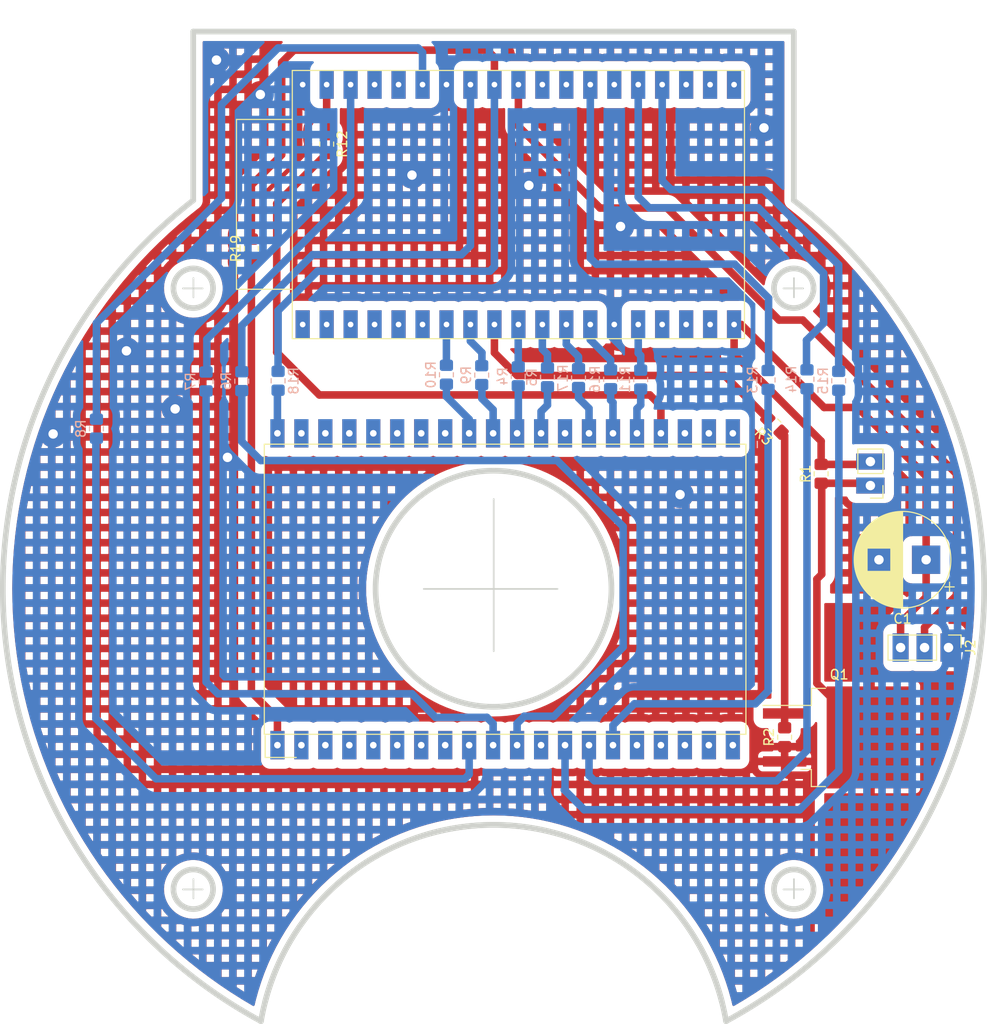
<source format=kicad_pcb>
(kicad_pcb (version 20211014) (generator pcbnew)
  (layers (0 "F.Cu" signal) (31 "B.Cu" signal) (44 "Edge.Cuts" user))
  (net 0 "")
  (net 27 "/BP1")
  (net 28 "/1G")
  (net 29 "/1F")
  (net 30 "/1A")
  (net 31 "/1B")
  (net 32 "/2G")
  (net 33 "/2F")
  (net 34 "/2A")
  (net 35 "/2B")
  (net 36 "/2C")
  (net 37 "/2D")
  (net 38 "/2E")
  (net 39 "/1C")
  (net 40 "/1D")
  (net 41 "/1E")
  (net 45 "Net-(Q1-Pad1)")
  (net 46 "GNDD")
  (net 47 "Net-(R3-Pad2)")
  (net 48 "/+5")
  (net 49 "Net-(R4-Pad2)")
  (net 50 "Net-(R5-Pad2)")
  (net 51 "Net-(R6-Pad2)")
  (net 52 "Net-(R7-Pad2)")
  (net 53 "Net-(R8-Pad2)")
  (net 54 "Net-(R9-Pad2)")
  (net 55 "Net-(R10-Pad2)")
  (net 56 "Net-(R11-Pad2)")
  (net 57 "Net-(R12-Pad2)")
  (net 58 "Net-(R13-Pad2)")
  (net 59 "Net-(R14-Pad2)")
  (net 60 "Net-(R15-Pad2)")
  (net 61 "Net-(R16-Pad2)")
  (net 62 "Net-(R17-Pad2)")
  (net 63 "Net-(R18-Pad1)")
  (net 64 "Net-(R19-Pad1)")
  (net 65 "/diod-")
  (net 78 "/SRV_PWM")
  (footprint "Resistor_SMD:R_0805_2012Metric_Pad1.20x1.40mm_HandSolder" (layer "F.Cu") (at 132.98 129.95 90)
    (fp_text reference "R2" (at 0 -1.65 90) (layer "F.SilkS"))
    (fp_text value "3.3k")
    (pad "1" smd roundrect (at -1 0 90) (size 1.2 1.4) (layers "F.Cu" "F.Paste" "F.Mask") (roundrect_rratio 0.208333) (net 46 "GNDD"))
    (pad "2" smd roundrect (at 1 0 90) (size 1.2 1.4) (layers "F.Cu" "F.Paste" "F.Mask") (roundrect_rratio 0.208333) (net 45 "Net-(Q1-Pad1)"))
  )
  (footprint "Package_TO_SOT_SMD:TO-263-2" (layer "F.Cu") (at 138.76 129.975)
    (fp_text reference "Q1" (at 0 -6.65) (layer "F.SilkS"))
    (fp_text value "irml3805s")
    (pad "1" smd rect (at -5.775 -2.54) (size 4.6 1.1) (layers "F.Cu" "F.Paste" "F.Mask") (net 45 "Net-(Q1-Pad1)"))
    (pad "2" smd rect (at 3.375 0) (size 9.4 10.8) (layers "F.Cu" "F.Mask") (net 65 "/diod-"))
    (pad "3" smd rect (at -5.775 2.54) (size 4.6 1.1) (layers "F.Cu" "F.Paste" "F.Mask") (net 46 "GNDD"))
  )
  (footprint "Resistor_SMD:R_0805_2012Metric_Pad1.20x1.40mm_HandSolder" (layer "F.Cu") (at 136.85 102.06 90)
    (fp_text reference "R1" (at 0 -1.65 90) (layer "F.SilkS"))
    (fp_text value "3.3k")
    (pad "1" smd roundrect (at -1 0 90) (size 1.2 1.4) (layers "F.Cu" "F.Paste" "F.Mask") (roundrect_rratio 0.208333) (net 65 "/diod-"))
    (pad "2" smd roundrect (at 1 0 90) (size 1.2 1.4) (layers "F.Cu" "F.Paste" "F.Mask") (roundrect_rratio 0.208333) (net 48 "/+5"))
  )
  (footprint "Espressif:ESP32-DevKitC" (layer "F.Cu") (at 81.90384 86.25368 90)
    (fp_text reference "U1" hide)
    (fp_text value "ESP32-DevKitC" hide)
    (pad "1" thru_hole rect (at 0.00368 0.00272) (size 1.5 3) (drill 0.6) (layers *.Cu *.Mask))
    (pad "2" thru_hole rect (at 0.00368 2.54272) (size 1.5 3) (drill 0.6) (layers *.Cu *.Mask))
    (pad "3" thru_hole rect (at 0.00368 5.08272) (size 1.5 3) (drill 0.6) (layers *.Cu *.Mask))
    (pad "4" thru_hole rect (at 0.00368 7.62272) (size 1.5 3) (drill 0.6) (layers *.Cu *.Mask))
    (pad "5" thru_hole rect (at 0.00368 10.16272) (size 1.5 3) (drill 0.6) (layers *.Cu *.Mask))
    (pad "6" thru_hole rect (at 0.00368 12.70272) (size 1.5 3) (drill 0.6) (layers *.Cu *.Mask))
    (pad "7" thru_hole rect (at 0.00368 15.24272) (size 1.5 3) (drill 0.6) (layers *.Cu *.Mask) (net 28 "/1G"))
    (pad "8" thru_hole rect (at 0.00368 17.78272) (size 1.5 3) (drill 0.6) (layers *.Cu *.Mask) (net 29 "/1F"))
    (pad "9" thru_hole rect (at 0.00368 20.32272) (size 1.5 3) (drill 0.6) (layers *.Cu *.Mask) (net 47 "Net-(R3-Pad2)"))
    (pad "10" thru_hole rect (at 0.00368 22.86272) (size 1.5 3) (drill 0.6) (layers *.Cu *.Mask) (net 30 "/1A"))
    (pad "11" thru_hole rect (at 0.00368 25.40272) (size 1.5 3) (drill 0.6) (layers *.Cu *.Mask) (net 31 "/1B"))
    (pad "12" thru_hole rect (at 0.00368 27.94272) (size 1.5 3) (drill 0.6) (layers *.Cu *.Mask) (net 32 "/2G"))
    (pad "13" thru_hole rect (at 0.00368 30.48272) (size 1.5 3) (drill 0.6) (layers *.Cu *.Mask) (net 33 "/2F"))
    (pad "14" thru_hole rect (at 0.00368 33.02272) (size 1.5 3) (drill 0.6) (layers *.Cu *.Mask) (net 46 "GNDD"))
    (pad "15" thru_hole rect (at 0.00368 35.56272) (size 1.5 3) (drill 0.6) (layers *.Cu *.Mask) (net 34 "/2A"))
    (pad "16" thru_hole rect (at 0.00368 38.10272) (size 1.5 3) (drill 0.6) (layers *.Cu *.Mask))
    (pad "17" thru_hole rect (at 0.00368 40.64272) (size 1.5 3) (drill 0.6) (layers *.Cu *.Mask))
    (pad "18" thru_hole rect (at 0.00368 43.18272) (size 1.5 3) (drill 0.6) (layers *.Cu *.Mask))
    (pad "19" thru_hole rect (at 0.00368 45.72272) (size 1.5 3) (drill 0.6) (layers *.Cu *.Mask) (net 48 "/+5"))
    (pad "20" thru_hole rect (at 25.4 45.72) (size 1.5 3) (drill 0.6) (layers *.Cu *.Mask))
    (pad "21" thru_hole rect (at 25.4 43.18) (size 1.5 3) (drill 0.6) (layers *.Cu *.Mask))
    (pad "22" thru_hole rect (at 25.40368 40.64272) (size 1.5 3) (drill 0.6) (layers *.Cu *.Mask))
    (pad "23" thru_hole rect (at 25.40368 38.10272) (size 1.5 3) (drill 0.6) (layers *.Cu *.Mask) (net 38 "/2E"))
    (pad "24" thru_hole rect (at 25.40368 35.56272) (size 1.5 3) (drill 0.6) (layers *.Cu *.Mask) (net 37 "/2D"))
    (pad "25" thru_hole rect (at 25.40368 33.02272) (size 1.5 3) (drill 0.6) (layers *.Cu *.Mask))
    (pad "26" thru_hole rect (at 25.40368 30.48272) (size 1.5 3) (drill 0.6) (layers *.Cu *.Mask) (net 36 "/2C"))
    (pad "27" thru_hole rect (at 25.40368 27.94272) (size 1.5 3) (drill 0.6) (layers *.Cu *.Mask))
    (pad "28" thru_hole rect (at 25.40368 25.40272) (size 1.5 3) (drill 0.6) (layers *.Cu *.Mask))
    (pad "29" thru_hole rect (at 25.40368 22.86272) (size 1.5 3) (drill 0.6) (layers *.Cu *.Mask) (net 78 "/SRV_PWM"))
    (pad "30" thru_hole rect (at 25.40368 20.32272) (size 1.5 3) (drill 0.6) (layers *.Cu *.Mask) (net 27 "/BP1"))
    (pad "31" thru_hole rect (at 25.40368 17.78272) (size 1.5 3) (drill 0.6) (layers *.Cu *.Mask) (net 39 "/1C"))
    (pad "32" thru_hole rect (at 25.40368 15.24272) (size 1.5 3) (drill 0.6) (layers *.Cu *.Mask) (net 46 "GNDD"))
    (pad "33" thru_hole rect (at 25.40368 12.70272) (size 1.5 3) (drill 0.6) (layers *.Cu *.Mask) (net 41 "/1E"))
    (pad "34" thru_hole rect (at 25.40368 10.16272) (size 1.5 3) (drill 0.6) (layers *.Cu *.Mask))
    (pad "35" thru_hole rect (at 25.40368 7.62272) (size 1.5 3) (drill 0.6) (layers *.Cu *.Mask))
    (pad "36" thru_hole rect (at 25.40368 5.08272) (size 1.5 3) (drill 0.6) (layers *.Cu *.Mask) (net 40 "/1D"))
    (pad "37" thru_hole rect (at 25.40368 2.54272) (size 1.5 3) (drill 0.6) (layers *.Cu *.Mask) (net 35 "/2B"))
    (pad "38" thru_hole rect (at 25.40368 0.00272) (size 1.5 3) (drill 0.6) (layers *.Cu *.Mask) (net 46 "GNDD"))
  )
  (footprint "Resistor_SMD:R_0805_2012Metric_Pad1.20x1.40mm_HandSolder" (layer "F.Cu") (at 76.47 78.21 90)
    (fp_text reference "R19" (at 0 -1.65 90) (layer "F.SilkS"))
    (fp_text value "330")
    (pad "1" smd roundrect (at -1 0 90) (size 1.2 1.4) (layers "F.Cu" "F.Paste" "F.Mask") (roundrect_rratio 0.208333) (net 64 "Net-(R19-Pad1)"))
    (pad "2" smd roundrect (at 1 0 90) (size 1.2 1.4) (layers "F.Cu" "F.Paste" "F.Mask") (roundrect_rratio 0.208333) (net 27 "/BP1"))
  )
  (footprint "Connector_PinHeader_2.54mm:PinHeader_1x02_P2.54mm_Vertical" (layer "F.Cu") (at 142.07 103.305 180)
    (fp_text reference "J1" hide)
    (fp_text value "Conn_01x02_Female" hide)
    (pad "1" thru_hole rect (at 0 0 180) (size 3 1.7) (drill 1) (layers *.Cu *.Mask) (net 65 "/diod-"))
    (pad "2" thru_hole rect (at 0 2.54 180) (size 3 1.7) (drill 1) (layers *.Cu *.Mask) (net 48 "/+5"))
  )
  (footprint "Connector_PinHeader_2.54mm:PinHeader_1x03_P2.54mm_Vertical" (layer "F.Cu") (at 150.35 120.46 -90)
    (fp_text reference "J2" (at 0 -2.33 90) (layer "F.SilkS"))
    (fp_text value "Conn_01x03_Female")
    (pad "1" thru_hole rect (at 0 0 270) (size 3 1.7) (drill 1) (layers *.Cu *.Mask) (net 46 "GNDD"))
    (pad "2" thru_hole rect (at 0 2.54 270) (size 3 1.7) (drill 1) (layers *.Cu *.Mask) (net 78 "/SRV_PWM"))
    (pad "3" thru_hole rect (at 0 5.08 270) (size 3 1.7) (drill 1) (layers *.Cu *.Mask) (net 48 "/+5"))
  )
  (footprint "Display_7Segment:DE113-XX-XX" (layer "F.Cu") (at 79.23 130.7925 90)
    (fp_text reference "U2" hide)
    (fp_text value "DE113-XX-XX" hide)
    (pad "1" thru_hole rect (at 0 0 90) (size 3 1.5) (drill 0.7) (layers *.Cu *.Mask) (net 64 "Net-(R19-Pad1)"))
    (pad "2" thru_hole rect (at 0 2.54 90) (size 3 1.5) (drill 0.7) (layers *.Cu *.Mask))
    (pad "3" thru_hole rect (at 0 5.08 90) (size 3 1.5) (drill 0.7) (layers *.Cu *.Mask))
    (pad "4" thru_hole rect (at 0 7.62 90) (size 3 1.5) (drill 0.7) (layers *.Cu *.Mask))
    (pad "5" thru_hole rect (at 0 10.16 90) (size 3 1.5) (drill 0.7) (layers *.Cu *.Mask))
    (pad "6" thru_hole rect (at 0 12.7 90) (size 3 1.5) (drill 0.7) (layers *.Cu *.Mask))
    (pad "7" thru_hole rect (at 0 15.24 90) (size 3 1.5) (drill 0.7) (layers *.Cu *.Mask))
    (pad "8" thru_hole rect (at 0 17.78 90) (size 3 1.5) (drill 0.7) (layers *.Cu *.Mask))
    (pad "9" thru_hole rect (at 0 20.32 90) (size 3 1.5) (drill 0.7) (layers *.Cu *.Mask) (net 53 "Net-(R8-Pad2)"))
    (pad "10" thru_hole rect (at 0 22.86 90) (size 3 1.5) (drill 0.7) (layers *.Cu *.Mask) (net 52 "Net-(R7-Pad2)"))
    (pad "11" thru_hole rect (at 0 25.4 90) (size 3 1.5) (drill 0.7) (layers *.Cu *.Mask) (net 51 "Net-(R6-Pad2)"))
    (pad "12" thru_hole rect (at 0 27.94 90) (size 3 1.5) (drill 0.7) (layers *.Cu *.Mask))
    (pad "13" thru_hole rect (at 0 30.48 90) (size 3 1.5) (drill 0.7) (layers *.Cu *.Mask) (net 60 "Net-(R15-Pad2)"))
    (pad "14" thru_hole rect (at 0 33.02 90) (size 3 1.5) (drill 0.7) (layers *.Cu *.Mask) (net 59 "Net-(R14-Pad2)"))
    (pad "15" thru_hole rect (at 0 35.56 90) (size 3 1.5) (drill 0.7) (layers *.Cu *.Mask) (net 58 "Net-(R13-Pad2)"))
    (pad "16" thru_hole rect (at 0 38.1 90) (size 3 1.5) (drill 0.7) (layers *.Cu *.Mask))
    (pad "17" thru_hole rect (at 0 40.64 90) (size 3 1.5) (drill 0.7) (layers *.Cu *.Mask))
    (pad "18" thru_hole rect (at 0 43.18 90) (size 3 1.5) (drill 0.7) (layers *.Cu *.Mask))
    (pad "19" thru_hole rect (at 0 45.72 90) (size 3 1.5) (drill 0.7) (layers *.Cu *.Mask))
    (pad "20" thru_hole rect (at 0 48.26 90) (size 3 1.5) (drill 0.7) (layers *.Cu *.Mask))
    (pad "21" thru_hole rect (at 33.02 48.26 90) (size 3 1.5) (drill 0.7) (layers *.Cu *.Mask))
    (pad "22" thru_hole rect (at 33.02 45.72 90) (size 3 1.5) (drill 0.7) (layers *.Cu *.Mask))
    (pad "23" thru_hole rect (at 33.02 43.18 90) (size 3 1.5) (drill 0.7) (layers *.Cu *.Mask))
    (pad "24" thru_hole rect (at 33.02 40.64 90) (size 3 1.5) (drill 0.7) (layers *.Cu *.Mask) (net 57 "Net-(R12-Pad2)"))
    (pad "25" thru_hole rect (at 33.02 38.1 90) (size 3 1.5) (drill 0.7) (layers *.Cu *.Mask) (net 56 "Net-(R11-Pad2)"))
    (pad "26" thru_hole rect (at 33.02 35.56 90) (size 3 1.5) (drill 0.7) (layers *.Cu *.Mask) (net 61 "Net-(R16-Pad2)"))
    (pad "27" thru_hole rect (at 33.02 33.02 90) (size 3 1.5) (drill 0.7) (layers *.Cu *.Mask) (net 62 "Net-(R17-Pad2)"))
    (pad "28" thru_hole rect (at 33.02 30.48 90) (size 3 1.5) (drill 0.7) (layers *.Cu *.Mask))
    (pad "29" thru_hole rect (at 33.02 27.94 90) (size 3 1.5) (drill 0.7) (layers *.Cu *.Mask) (net 50 "Net-(R5-Pad2)"))
    (pad "30" thru_hole rect (at 33.02 25.4 90) (size 3 1.5) (drill 0.7) (layers *.Cu *.Mask) (net 49 "Net-(R4-Pad2)"))
    (pad "31" thru_hole rect (at 33.02 22.86 90) (size 3 1.5) (drill 0.7) (layers *.Cu *.Mask) (net 54 "Net-(R9-Pad2)"))
    (pad "32" thru_hole rect (at 33.02 20.32 90) (size 3 1.5) (drill 0.7) (layers *.Cu *.Mask) (net 55 "Net-(R10-Pad2)"))
    (pad "33" thru_hole rect (at 33.02 17.78 90) (size 3 1.5) (drill 0.7) (layers *.Cu *.Mask))
    (pad "34" thru_hole rect (at 33.02 15.24 90) (size 3 1.5) (drill 0.7) (layers *.Cu *.Mask))
    (pad "35" thru_hole rect (at 33.02 12.7 90) (size 3 1.5) (drill 0.7) (layers *.Cu *.Mask))
    (pad "36" thru_hole rect (at 33.02 10.16 90) (size 3 1.5) (drill 0.7) (layers *.Cu *.Mask))
    (pad "37" thru_hole rect (at 33.02 7.62 90) (size 3 1.5) (drill 0.7) (layers *.Cu *.Mask))
    (pad "38" thru_hole rect (at 33.02 5.08 90) (size 3 1.5) (drill 0.7) (layers *.Cu *.Mask))
    (pad "39" thru_hole rect (at 33.02 2.54 90) (size 3 1.5) (drill 0.7) (layers *.Cu *.Mask))
    (pad "40" thru_hole rect (at 33.02 0 90) (size 3 1.5) (drill 0.7) (layers *.Cu *.Mask) (net 63 "Net-(R18-Pad1)"))
  )
  (footprint "Capacitor_THT:CP_Radial_D10.0mm_P5.00mm" (layer "F.Cu") (at 147.977677 111.16 180)
    (fp_text reference "C1" (at 2.5 -6.25) (layer "F.SilkS"))
    (fp_text value "C_Polarized")
    (pad "1" thru_hole rect (at 0 0 180) (size 3 3) (drill 1) (layers *.Cu *.Mask) (net 48 "/+5"))
    (pad "2" thru_hole rect (at 5 0 180) (size 3 3) (drill 1) (layers *.Cu *.Mask) (net 46 "GNDD"))
  )
  (footprint "Resistor_SMD:R_0805_2012Metric_Pad1.20x1.40mm_HandSolder" (layer "F.Cu") (at 84.45 67.15 -90)
    (fp_text reference "R12" (at 0 -1.65 90) (layer "F.SilkS"))
    (fp_text value "330")
    (pad "1" smd roundrect (at -1 0 270) (size 1.2 1.4) (layers "F.Cu" "F.Paste" "F.Mask") (roundrect_rratio 0.208333) (net 35 "/2B"))
    (pad "2" smd roundrect (at 1 0 270) (size 1.2 1.4) (layers "F.Cu" "F.Paste" "F.Mask") (roundrect_rratio 0.208333) (net 57 "Net-(R12-Pad2)"))
  )
  (footprint "Resistor_SMD:R_0805_2012Metric_Pad1.20x1.40mm_HandSolder" (layer "F.Cu") (at 131.9 96.94 135)
    (fp_text reference "R3" (at 0 -1.65 135) (layer "F.SilkS"))
    (fp_text value "90")
    (pad "1" smd roundrect (at -1 0 135) (size 1.2 1.4) (layers "F.Cu" "F.Paste" "F.Mask") (roundrect_rratio 0.208333) (net 45 "Net-(Q1-Pad1)"))
    (pad "2" smd roundrect (at 1 0 135) (size 1.2 1.4) (layers "F.Cu" "F.Paste" "F.Mask") (roundrect_rratio 0.208333) (net 47 "Net-(R3-Pad2)"))
  )
  (footprint "Resistor_SMD:R_0805_2012Metric_Pad1.20x1.40mm_HandSolder" (layer "B.Cu") (at 71.67 92.28 -90)
    (fp_text reference "R7" (at 0 1.65 90) (layer "B.SilkS") (effects (justify mirror)))
    (fp_text value "330")
    (pad "1" smd roundrect (at -1 0 270) (size 1.2 1.4) (layers "B.Cu" "B.Paste" "B.Mask") (roundrect_rratio 0.208333) (net 40 "/1D"))
    (pad "2" smd roundrect (at 1 0 270) (size 1.2 1.4) (layers "B.Cu" "B.Paste" "B.Mask") (roundrect_rratio 0.208333) (net 52 "Net-(R7-Pad2)"))
  )
  (footprint "Resistor_SMD:R_0805_2012Metric_Pad1.20x1.40mm_HandSolder" (layer "B.Cu") (at 97.14 91.57 -90)
    (fp_text reference "R10" (at 0 1.65 90) (layer "B.SilkS") (effects (justify mirror)))
    (fp_text value "330")
    (pad "1" smd roundrect (at -1 0 270) (size 1.2 1.4) (layers "B.Cu" "B.Paste" "B.Mask") (roundrect_rratio 0.208333) (net 28 "/1G"))
    (pad "2" smd roundrect (at 1 0 270) (size 1.2 1.4) (layers "B.Cu" "B.Paste" "B.Mask") (roundrect_rratio 0.208333) (net 55 "Net-(R10-Pad2)"))
  )
  (footprint "Resistor_SMD:R_0805_2012Metric_Pad1.20x1.40mm_HandSolder" (layer "B.Cu") (at 131.23 92.12 -90)
    (fp_text reference "R13" (at 0 1.65 90) (layer "B.SilkS") (effects (justify mirror)))
    (fp_text value "330")
    (pad "1" smd roundrect (at -1 0 270) (size 1.2 1.4) (layers "B.Cu" "B.Paste" "B.Mask") (roundrect_rratio 0.208333) (net 36 "/2C"))
    (pad "2" smd roundrect (at 1 0 270) (size 1.2 1.4) (layers "B.Cu" "B.Paste" "B.Mask") (roundrect_rratio 0.208333) (net 58 "Net-(R13-Pad2)"))
  )
  (footprint "Resistor_SMD:R_0805_2012Metric_Pad1.20x1.40mm_HandSolder" (layer "B.Cu") (at 117.73 92.08 -90)
    (fp_text reference "R11" (at 0 1.65 90) (layer "B.SilkS") (effects (justify mirror)))
    (fp_text value "330")
    (pad "1" smd roundrect (at -1 0 270) (size 1.2 1.4) (layers "B.Cu" "B.Paste" "B.Mask") (roundrect_rratio 0.208333) (net 34 "/2A"))
    (pad "2" smd roundrect (at 1 0 270) (size 1.2 1.4) (layers "B.Cu" "B.Paste" "B.Mask") (roundrect_rratio 0.208333) (net 56 "Net-(R11-Pad2)"))
  )
  (footprint "Resistor_SMD:R_0805_2012Metric_Pad1.20x1.40mm_HandSolder" (layer "B.Cu") (at 107.85 91.84 -90)
    (fp_text reference "R5" (at 0 1.65 90) (layer "B.SilkS") (effects (justify mirror)))
    (fp_text value "330")
    (pad "1" smd roundrect (at -1 0 270) (size 1.2 1.4) (layers "B.Cu" "B.Paste" "B.Mask") (roundrect_rratio 0.208333) (net 31 "/1B"))
    (pad "2" smd roundrect (at 1 0 270) (size 1.2 1.4) (layers "B.Cu" "B.Paste" "B.Mask") (roundrect_rratio 0.208333) (net 50 "Net-(R5-Pad2)"))
  )
  (footprint "Resistor_SMD:R_0805_2012Metric_Pad1.20x1.40mm_HandSolder" (layer "B.Cu") (at 114.54 92.05 -90)
    (fp_text reference "R16" (at 0 1.65 90) (layer "B.SilkS") (effects (justify mirror)))
    (fp_text value "330")
    (pad "1" smd roundrect (at -1 0 270) (size 1.2 1.4) (layers "B.Cu" "B.Paste" "B.Mask") (roundrect_rratio 0.208333) (net 33 "/2F"))
    (pad "2" smd roundrect (at 1 0 270) (size 1.2 1.4) (layers "B.Cu" "B.Paste" "B.Mask") (roundrect_rratio 0.208333) (net 61 "Net-(R16-Pad2)"))
  )
  (footprint "Resistor_SMD:R_0805_2012Metric_Pad1.20x1.40mm_HandSolder" (layer "B.Cu") (at 138.71 92.21 -90)
    (fp_text reference "R15" (at 0 1.65 90) (layer "B.SilkS") (effects (justify mirror)))
    (fp_text value "330")
    (pad "1" smd roundrect (at -1 0 270) (size 1.2 1.4) (layers "B.Cu" "B.Paste" "B.Mask") (roundrect_rratio 0.208333) (net 38 "/2E"))
    (pad "2" smd roundrect (at 1 0 270) (size 1.2 1.4) (layers "B.Cu" "B.Paste" "B.Mask") (roundrect_rratio 0.208333) (net 60 "Net-(R15-Pad2)"))
  )
  (footprint "Resistor_SMD:R_0805_2012Metric_Pad1.20x1.40mm_HandSolder" (layer "B.Cu") (at 79.3 92.21 90)
    (fp_text reference "R18" (at 0 1.65 90) (layer "B.SilkS") (effects (justify mirror)))
    (fp_text value "330")
    (pad "1" smd roundrect (at -1 0 90) (size 1.2 1.4) (layers "B.Cu" "B.Paste" "B.Mask") (roundrect_rratio 0.208333) (net 63 "Net-(R18-Pad1)"))
    (pad "2" smd roundrect (at 1 0 90) (size 1.2 1.4) (layers "B.Cu" "B.Paste" "B.Mask") (roundrect_rratio 0.208333) (net 27 "/BP1"))
  )
  (footprint "Resistor_SMD:R_0805_2012Metric_Pad1.20x1.40mm_HandSolder" (layer "B.Cu") (at 75.45 92.25 -90)
    (fp_text reference "R6" (at 0 1.65 90) (layer "B.SilkS") (effects (justify mirror)))
    (fp_text value "330")
    (pad "1" smd roundrect (at -1 0 270) (size 1.2 1.4) (layers "B.Cu" "B.Paste" "B.Mask") (roundrect_rratio 0.208333) (net 39 "/1C"))
    (pad "2" smd roundrect (at 1 0 270) (size 1.2 1.4) (layers "B.Cu" "B.Paste" "B.Mask") (roundrect_rratio 0.208333) (net 51 "Net-(R6-Pad2)"))
  )
  (footprint "Resistor_SMD:R_0805_2012Metric_Pad1.20x1.40mm_HandSolder" (layer "B.Cu") (at 135.35 92.05 -90)
    (fp_text reference "R14" (at 0 1.65 90) (layer "B.SilkS") (effects (justify mirror)))
    (fp_text value "330")
    (pad "1" smd roundrect (at -1 0 270) (size 1.2 1.4) (layers "B.Cu" "B.Paste" "B.Mask") (roundrect_rratio 0.208333) (net 37 "/2D"))
    (pad "2" smd roundrect (at 1 0 270) (size 1.2 1.4) (layers "B.Cu" "B.Paste" "B.Mask") (roundrect_rratio 0.208333) (net 59 "Net-(R14-Pad2)"))
  )
  (footprint "Resistor_SMD:R_0805_2012Metric_Pad1.20x1.40mm_HandSolder" (layer "B.Cu") (at 104.75 91.74 -90)
    (fp_text reference "R4" (at 0 1.65 90) (layer "B.SilkS") (effects (justify mirror)))
    (fp_text value "330")
    (pad "1" smd roundrect (at -1 0 270) (size 1.2 1.4) (layers "B.Cu" "B.Paste" "B.Mask") (roundrect_rratio 0.208333) (net 30 "/1A"))
    (pad "2" smd roundrect (at 1 0 270) (size 1.2 1.4) (layers "B.Cu" "B.Paste" "B.Mask") (roundrect_rratio 0.208333) (net 49 "Net-(R4-Pad2)"))
  )
  (footprint "Resistor_SMD:R_0805_2012Metric_Pad1.20x1.40mm_HandSolder" (layer "B.Cu") (at 60.05 97.28 -90)
    (fp_text reference "R8" (at 0 1.65 90) (layer "B.SilkS") (effects (justify mirror)))
    (fp_text value "330")
    (pad "1" smd roundrect (at -1 0 270) (size 1.2 1.4) (layers "B.Cu" "B.Paste" "B.Mask") (roundrect_rratio 0.208333) (net 41 "/1E"))
    (pad "2" smd roundrect (at 1 0 270) (size 1.2 1.4) (layers "B.Cu" "B.Paste" "B.Mask") (roundrect_rratio 0.208333) (net 53 "Net-(R8-Pad2)"))
  )
  (footprint "Resistor_SMD:R_0805_2012Metric_Pad1.20x1.40mm_HandSolder" (layer "B.Cu") (at 111.14 91.92 -90)
    (fp_text reference "R17" (at 0 1.65 90) (layer "B.SilkS") (effects (justify mirror)))
    (fp_text value "330")
    (pad "1" smd roundrect (at -1 0 270) (size 1.2 1.4) (layers "B.Cu" "B.Paste" "B.Mask") (roundrect_rratio 0.208333) (net 32 "/2G"))
    (pad "2" smd roundrect (at 1 0 270) (size 1.2 1.4) (layers "B.Cu" "B.Paste" "B.Mask") (roundrect_rratio 0.208333) (net 62 "Net-(R17-Pad2)"))
  )
  (footprint "Resistor_SMD:R_0805_2012Metric_Pad1.20x1.40mm_HandSolder" (layer "B.Cu") (at 100.88 91.61 -90)
    (fp_text reference "R9" (at 0 1.65 90) (layer "B.SilkS") (effects (justify mirror)))
    (fp_text value "330")
    (pad "1" smd roundrect (at -1 0 270) (size 1.2 1.4) (layers "B.Cu" "B.Paste" "B.Mask") (roundrect_rratio 0.208333) (net 29 "/1F"))
    (pad "2" smd roundrect (at 1 0 270) (size 1.2 1.4) (layers "B.Cu" "B.Paste" "B.Mask") (roundrect_rratio 0.208333) (net 54 "Net-(R9-Pad2)"))
  )
  (gr_arc (start 77.487226 160.020195) (mid 102.130195 139.230195) (end 126.773164 160.020195) (layer "Edge.Cuts") (width 0.6))
  (gr_circle (center 70.31039 146.05) (end 72.41039 146.05) (layer "Edge.Cuts") (width 0.6) (fill none))
  (gr_line (start 94.739574 114.25) (end 108.913385 114.25) (layer "Edge.Cuts") (width 0.18))
  (gr_arc (start 77.924049 157.980195) (mid 102.130195 139.230195) (end 126.336341 157.980195) (layer "Edge.Cuts") (width 0.6))
  (gr_line (start 102.15 120.840909) (end 102.15 104.730437) (layer "Edge.Cuts") (width 0.18))
  (gr_arc (start 133.95 73.102346) (mid 153.953831 118.50929) (end 126.773164 160.020195) (layer "Edge.Cuts") (width 0.6))
  (gr_line (start 70.31039 73.102346) (end 70.31039 55.230195) (layer "Edge.Cuts") (width 0.6))
  (gr_circle (center 133.95 82.41039) (end 136.05 82.41039) (layer "Edge.Cuts") (width 0.6) (fill none))
  (gr_circle (center 70.330195 82.430195) (end 72.430195 82.430195) (layer "Edge.Cuts") (width 0.18) (fill none))
  (gr_line (start 70.330195 83.373706) (end 70.330195 81.338883) (layer "Edge.Cuts") (width 0.18))
  (gr_line (start 70.31039 55.230195) (end 133.95 55.230195) (layer "Edge.Cuts") (width 0.6))
  (gr_circle (center 70.330195 146.069805) (end 72.430195 146.069805) (layer "Edge.Cuts") (width 0.18) (fill none))
  (gr_line (start 70.330195 147.013317) (end 70.330195 144.978494) (layer "Edge.Cuts") (width 0.18))
  (gr_line (start 132.860539 146.069805) (end 134.941608 146.069805) (layer "Edge.Cuts") (width 0.18))
  (gr_line (start 133.969805 147.013317) (end 133.969805 144.978494) (layer "Edge.Cuts") (width 0.18))
  (gr_line (start 132.860539 82.430195) (end 134.941608 82.430195) (layer "Edge.Cuts") (width 0.18))
  (gr_circle (center 70.31039 82.41039) (end 72.41039 82.41039) (layer "Edge.Cuts") (width 0.6) (fill none))
  (gr_circle (center 133.969805 146.069805) (end 136.069805 146.069805) (layer "Edge.Cuts") (width 0.18) (fill none))
  (gr_circle (center 133.95 146.05) (end 136.05 146.05) (layer "Edge.Cuts") (width 0.6) (fill none))
  (gr_line (start 133.969805 83.373706) (end 133.969805 81.338883) (layer "Edge.Cuts") (width 0.18))
  (gr_arc (start 77.487226 160.020195) (mid 50.306558 118.50929) (end 70.31039 73.102346) (layer "Edge.Cuts") (width 0.6))
  (gr_circle (center 102.15 114.25) (end 114.65 114.25) (layer "Edge.Cuts") (width 0.18) (fill none))
  (gr_line (start 69.220929 146.069805) (end 71.301998 146.069805) (layer "Edge.Cuts") (width 0.18))
  (gr_line (start 69.220929 82.430195) (end 71.301998 82.430195) (layer "Edge.Cuts") (width 0.18))
  (gr_circle (center 102.130195 114.230195) (end 114.630195 114.230195) (layer "Edge.Cuts") (width 0.6) (fill none))
  (gr_line (start 133.95 55.230195) (end 133.95 73.102346) (layer "Edge.Cuts") (width 0.6))
  (gr_circle (center 133.969805 82.430195) (end 136.069805 82.430195) (layer "Edge.Cuts") (width 0.18) (fill none))
  (segment (start 102.22656 60.85) (end 102.22656 57.95656) (width 0.8) (layer "F.Cu") (net 27))
  (segment (start 79.68 58.5) (end 79.68 68.28) (width 0.8) (layer "F.Cu") (net 27))
  (segment (start 76.47 71.49) (end 76.47 77.21) (width 0.8) (layer "F.Cu") (net 27))
  (segment (start 79.68 68.28) (end 76.47 71.49) (width 0.8) (layer "F.Cu") (net 27))
  (segment (start 80.98 57.2) (end 79.68 58.5) (width 0.8) (layer "F.Cu") (net 27))
  (segment (start 102.22656 57.95656) (end 101.47 57.2) (width 0.8) (layer "F.Cu") (net 27))
  (segment (start 101.47 57.2) (end 80.98 57.2) (width 0.8) (layer "F.Cu") (net 27))
  (segment (start 83.48 80.6) (end 101.75 80.6) (width 0.8) (layer "B.Cu") (net 27))
  (segment (start 101.75 80.6) (end 102.22656 80.12344) (width 0.8) (layer "B.Cu") (net 27))
  (segment (start 102.22656 80.12344) (end 102.22656 60.85) (width 0.8) (layer "B.Cu") (net 27))
  (segment (start 79.3 84.78) (end 83.48 80.6) (width 0.8) (layer "B.Cu") (net 27))
  (segment (start 79.3 91.21) (end 79.3 84.78) (width 0.8) (layer "B.Cu") (net 27))
  (segment (start 97.14 90.57) (end 97.14 86.28952) (width 0.8) (layer "B.Cu") (net 28))
  (segment (start 100.9 90.62) (end 100.9 89.23) (width 0.8) (layer "B.Cu") (net 29))
  (segment (start 100.9 89.23) (end 99.68656 88.01656) (width 0.8) (layer "B.Cu") (net 29))
  (segment (start 99.68656 88.01656) (end 99.68656 86.25) (width 0.8) (layer "B.Cu") (net 29))
  (segment (start 104.75 86.26656) (end 104.76656 86.25) (width 0.8) (layer "B.Cu") (net 30))
  (segment (start 104.75 90.74) (end 104.75 86.26656) (width 0.8) (layer "B.Cu") (net 30))
  (segment (start 107.85 90.84) (end 107.85 89.41) (width 0.8) (layer "B.Cu") (net 31))
  (segment (start 107.85 89.41) (end 107.30656 88.86656) (width 0.8) (layer "B.Cu") (net 31))
  (segment (start 107.30656 88.86656) (end 107.30656 86.25) (width 0.8) (layer "B.Cu") (net 31))
  (segment (start 109.84656 86.25) (end 109.84656 88.359022) (width 0.8) (layer "B.Cu") (net 32))
  (segment (start 111.14 89.67) (end 111.14 90.92) (width 0.8) (layer "B.Cu") (net 32))
  (segment (start 111.077538 89.59) (end 109.84656 88.359022) (width 0.8) (layer "B.Cu") (net 32))
  (segment (start 114.54 91.05) (end 114.54 90.01) (width 0.8) (layer "B.Cu") (net 33))
  (segment (start 112.38656 87.85656) (end 112.38656 86.25) (width 0.8) (layer "B.Cu") (net 33))
  (segment (start 114.54 90.01) (end 112.38656 87.85656) (width 0.8) (layer "B.Cu") (net 33))
  (segment (start 117.46656 89.27656) (end 117.46656 86.25) (width 0.8) (layer "B.Cu") (net 34))
  (segment (start 117.73 89.54) (end 117.46656 89.27656) (width 0.8) (layer "B.Cu") (net 34))
  (segment (start 117.73 91.08) (end 117.73 89.54) (width 0.8) (layer "B.Cu") (net 34))
  (segment (start 84.44656 66.14656) (end 84.45 66.15) (width 0.8) (layer "F.Cu") (net 35))
  (segment (start 84.44656 60.85) (end 84.44656 66.14656) (width 0.8) (layer "F.Cu") (net 35))
  (segment (start 127.682542 79.86048) (end 113.03 79.86048) (width 0.8) (layer "B.Cu") (net 36))
  (segment (start 131.279519 91.070481) (end 131.279519 83.457457) (width 0.8) (layer "B.Cu") (net 36))
  (segment (start 113.03 79.86048) (end 112.38656 79.21704) (width 0.8) (layer "B.Cu") (net 36))
  (segment (start 131.23 91.12) (end 131.279519 91.070481) (width 0.8) (layer "B.Cu") (net 36))
  (segment (start 112.38656 79.21704) (end 112.38656 60.85) (width 0.8) (layer "B.Cu") (net 36))
  (segment (start 131.279519 83.457457) (end 127.682542 79.86048) (width 0.8) (layer "B.Cu") (net 36))
  (segment (start 137.11048 86.10952) (end 135.3 87.92) (width 0.8) (layer "B.Cu") (net 37))
  (segment (start 135.3 87.92) (end 135.3 91) (width 0.8) (layer "B.Cu") (net 37))
  (segment (start 117.46656 72.73656) (end 118.620481 73.890481) (width 0.8) (layer "B.Cu") (net 37))
  (segment (start 130.190481 73.890481) (end 137.11048 80.81048) (width 0.8) (layer "B.Cu") (net 37))
  (segment (start 117.46656 60.85) (end 117.46656 72.73656) (width 0.8) (layer "B.Cu") (net 37))
  (segment (start 118.620481 73.890481) (end 130.190481 73.890481) (width 0.8) (layer "B.Cu") (net 37))
  (segment (start 137.11048 80.81048) (end 137.11048 86.10952) (width 0.8) (layer "B.Cu") (net 37))
  (segment (start 135.3 91) (end 135.35 91.05) (width 0.8) (layer "B.Cu") (net 37))
  (segment (start 120.00656 71.02656) (end 120.00656 60.85) (width 0.8) (layer "B.Cu") (net 38))
  (segment (start 130.74 71.97) (end 120.95 71.97) (width 0.8) (layer "B.Cu") (net 38))
  (segment (start 120.95 71.97) (end 120.00656 71.02656) (width 0.8) (layer "B.Cu") (net 38))
  (segment (start 138.71 91.21) (end 138.71 79.94) (width 0.8) (layer "B.Cu") (net 38))
  (segment (start 138.71 79.94) (end 130.74 71.97) (width 0.8) (layer "B.Cu") (net 38))
  (segment (start 99.68656 77.89344) (end 98.72 78.86) (width 0.8) (layer "B.Cu") (net 39))
  (segment (start 99.68656 60.85) (end 99.68656 77.89344) (width 0.8) (layer "B.Cu") (net 39))
  (segment (start 82.957938 78.86) (end 75.45 86.367938) (width 0.8) (layer "B.Cu") (net 39))
  (segment (start 98.72 78.86) (end 82.957938 78.86) (width 0.8) (layer "B.Cu") (net 39))
  (segment (start 75.45 86.367938) (end 75.45 91.25) (width 0.8) (layer "B.Cu") (net 39))
  (segment (start 71.75 91.2) (end 71.75 87.805876) (width 0.8) (layer "B.Cu") (net 40))
  (segment (start 71.75 87.805876) (end 86.98656 72.569316) (width 0.8) (layer "B.Cu") (net 40))
  (segment (start 71.67 91.28) (end 71.75 91.2) (width 0.8) (layer "B.Cu") (net 40))
  (segment (start 86.98656 72.569316) (end 86.98656 60.85) (width 0.8) (layer "B.Cu") (net 40))
  (segment (start 60.05 86.1) (end 60.05 96.28) (width 0.8) (layer "B.Cu") (net 41))
  (segment (start 94.60656 57.44656) (end 94.13 56.97) (width 0.8) (layer "B.Cu") (net 41))
  (segment (start 94.13 56.97) (end 79.3 56.97) (width 0.8) (layer "B.Cu") (net 41))
  (segment (start 73.3 72.85) (end 60.05 86.1) (width 0.8) (layer "B.Cu") (net 41))
  (segment (start 73.3 62.97) (end 73.3 72.85) (width 0.8) (layer "B.Cu") (net 41))
  (segment (start 79.3 56.97) (end 73.3 62.97) (width 0.8) (layer "B.Cu") (net 41))
  (segment (start 94.60656 60.85) (end 94.60656 57.44656) (width 0.8) (layer "B.Cu") (net 41))
  (segment (start 132.98 127.44) (end 132.985 127.435) (width 0.8) (layer "F.Cu") (net 45))
  (segment (start 132.607107 97.647107) (end 132.985 98.025) (width 0.8) (layer "F.Cu") (net 45))
  (segment (start 132.985 98.025) (end 132.985 127.435) (width 0.8) (layer "F.Cu") (net 45))
  (segment (start 132.98 128.95) (end 132.98 127.44) (width 0.8) (layer "F.Cu") (net 45))
  (via (at 63.23 89.04) (size 1.5) (drill 1) (layers "F.Cu" "B.Cu") (net 46))
  (via (at 93.49 70.43) (size 1.5) (drill 1) (layers "F.Cu" "B.Cu") (net 46))
  (via (at 77.42 61.9) (size 1.5) (drill 1) (layers "F.Cu" "B.Cu") (net 46))
  (via (at 72.77 58.25) (size 1.5) (drill 1) (layers "F.Cu" "B.Cu") (net 46))
  (via (at 130.79 65.43) (size 1.5) (drill 1) (layers "F.Cu" "B.Cu") (net 46))
  (via (at 68.39 95.19) (size 1.5) (drill 1) (layers "F.Cu" "B.Cu") (net 46))
  (via (at 105.88 71.52) (size 1.5) (drill 1) (layers "F.Cu" "B.Cu") (net 46))
  (via (at 121.9 104.26) (size 1.5) (drill 1) (layers "F.Cu" "B.Cu") (net 46))
  (via (at 115.59 75.87) (size 1.5) (drill 1) (layers "F.Cu" "B.Cu") (net 46))
  (via (at 73.94 100.32) (size 1.5) (drill 1) (layers "F.Cu" "B.Cu") (net 46))
  (via (at 55.46 97.84) (size 1.5) (drill 1) (layers "F.Cu" "B.Cu") (net 46))
  (segment (start 126.61 91.65) (end 104.64 91.65) (width 0.8) (layer "F.Cu") (net 47))
  (segment (start 104.64 91.65) (end 102.22656 89.23656) (width 0.8) (layer "F.Cu") (net 47))
  (segment (start 102.22656 89.23656) (end 102.22656 86.25) (width 0.8) (layer "F.Cu") (net 47))
  (segment (start 131.192893 96.232893) (end 126.61 91.65) (width 0.8) (layer "F.Cu") (net 47))
  (segment (start 136.85 98.6) (end 127.62656 89.37656) (width 0.8) (layer "F.Cu") (net 48))
  (segment (start 145.27 120.46) (end 145.27 117.815354) (width 0.8) (layer "F.Cu") (net 48))
  (segment (start 128.38 86.25) (end 137.165 95.035) (width 0.8) (layer "F.Cu") (net 48))
  (segment (start 127.62656 89.37656) (end 127.62656 86.25) (width 0.8) (layer "F.Cu") (net 48))
  (segment (start 127.62656 86.25) (end 128.38 86.25) (width 0.8) (layer "F.Cu") (net 48))
  (segment (start 136.85 101.06) (end 141.775 101.06) (width 0.8) (layer "F.Cu") (net 48))
  (segment (start 136.85 101.06) (end 136.85 98.6) (width 0.8) (layer "F.Cu") (net 48))
  (segment (start 141.775 101.06) (end 142.07 100.765) (width 0.8) (layer "F.Cu") (net 48))
  (segment (start 145.27 117.815354) (end 147.977677 115.107677) (width 0.8) (layer "F.Cu") (net 48))
  (segment (start 147.977677 102.307677) (end 147.977677 111.16) (width 0.8) (layer "F.Cu") (net 48))
  (segment (start 137.165 95.035) (end 140.705 95.035) (width 0.8) (layer "F.Cu") (net 48))
  (segment (start 147.977677 111.16) (end 147.977677 115.107677) (width 0.8) (layer "F.Cu") (net 48))
  (segment (start 140.705 95.035) (end 147.977677 102.307677) (width 0.8) (layer "F.Cu") (net 48))
  (segment (start 104.63 97.7725) (end 104.76 97.6425) (width 0.8) (layer "B.Cu") (net 49))
  (segment (start 104.63 92.86) (end 104.75 92.74) (width 0.25) (layer "B.Cu") (net 49))
  (segment (start 104.76 97.6425) (end 104.76 92.99) (width 0.8) (layer "B.Cu") (net 49))
  (segment (start 104.76 92.99) (end 104.63 92.86) (width 0.8) (layer "B.Cu") (net 49))
  (segment (start 107.17 95.46) (end 107.85 94.78) (width 0.8) (layer "B.Cu") (net 50))
  (segment (start 107.85 94.78) (end 107.85 92.84) (width 0.8) (layer "B.Cu") (net 50))
  (segment (start 107.17 97.7725) (end 107.17 95.46) (width 0.8) (layer "B.Cu") (net 50))
  (segment (start 108.54 127.73) (end 115.87 120.4) (width 0.8) (layer "B.Cu") (net 51))
  (segment (start 108.87 100.65) (end 77.458478 100.65) (width 0.8) (layer "B.Cu") (net 51))
  (segment (start 115.87 107.65) (end 108.87 100.65) (width 0.8) (layer "B.Cu") (net 51))
  (segment (start 104.63 130.7925) (end 104.63 128.4925) (width 0.8) (layer "B.Cu") (net 51))
  (segment (start 77.458478 100.65) (end 75.45 98.641522) (width 0.8) (layer "B.Cu") (net 51))
  (segment (start 75.45 98.641522) (end 75.45 93.25) (width 0.8) (layer "B.Cu") (net 51))
  (segment (start 105.3925 127.73) (end 108.54 127.73) (width 0.8) (layer "B.Cu") (net 51))
  (segment (start 104.63 128.4925) (end 105.3925 127.73) (width 0.8) (layer "B.Cu") (net 51))
  (segment (start 115.87 120.4) (end 115.87 107.65) (width 0.8) (layer "B.Cu") (net 51))
  (segment (start 93.49 125.35) (end 95.99 127.85) (width 0.8) (layer "B.Cu") (net 52))
  (segment (start 71.67 124.1) (end 72.92 125.35) (width 0.8) (layer "B.Cu") (net 52))
  (segment (start 101.43 127.85) (end 102.09 128.51) (width 0.8) (layer "B.Cu") (net 52))
  (segment (start 102.09 128.51) (end 102.09 130.7925) (width 0.8) (layer "B.Cu") (net 52))
  (segment (start 95.99 127.85) (end 101.43 127.85) (width 0.8) (layer "B.Cu") (net 52))
  (segment (start 71.67 93.28) (end 71.67 124.1) (width 0.8) (layer "B.Cu") (net 52))
  (segment (start 72.92 125.35) (end 93.49 125.35) (width 0.8) (layer "B.Cu") (net 52))
  (segment (start 59.99 98.34) (end 60.05 98.28) (width 0.8) (layer "B.Cu") (net 53))
  (segment (start 99.08 134.35) (end 66.37 134.35) (width 0.8) (layer "B.Cu") (net 53))
  (segment (start 99.55 133.88) (end 99.08 134.35) (width 0.8) (layer "B.Cu") (net 53))
  (segment (start 59.99 127.97) (end 59.99 98.34) (width 0.8) (layer "B.Cu") (net 53))
  (segment (start 66.37 134.35) (end 59.99 127.97) (width 0.8) (layer "B.Cu") (net 53))
  (segment (start 99.55 130.7925) (end 99.55 133.88) (width 0.8) (layer "B.Cu") (net 53))
  (segment (start 102.09 95.28) (end 100.9 94.09) (width 0.8) (layer "B.Cu") (net 54))
  (segment (start 100.9 94.09) (end 100.9 92.62) (width 0.8) (layer "B.Cu") (net 54))
  (segment (start 102.09 97.7725) (end 102.09 95.28) (width 0.8) (layer "B.Cu") (net 54))
  (segment (start 97.14 93.88) (end 97.14 92.57) (width 0.8) (layer "B.Cu") (net 55))
  (segment (start 99.55 96.29) (end 97.14 93.88) (width 0.8) (layer "B.Cu") (net 55))
  (segment (start 99.55 97.7725) (end 99.55 96.29) (width 0.8) (layer "B.Cu") (net 55))
  (segment (start 117.33 95.17) (end 117.73 94.77) (width 0.8) (layer "B.Cu") (net 56))
  (segment (start 117.73 94.77) (end 117.73 93.08) (width 0.8) (layer "B.Cu") (net 56))
  (segment (start 117.33 97.7725) (end 117.33 95.17) (width 0.8) (layer "B.Cu") (net 56))
  (segment (start 118.699511 93.709511) (end 119.87 94.88) (width 0.8) (layer "F.Cu") (net 57))
  (segment (start 119.87 94.88) (end 119.87 97.7725) (width 0.8) (layer "F.Cu") (net 57))
  (segment (start 79.16 89.2) (end 83.669511 93.709511) (width 0.8) (layer "F.Cu") (net 57))
  (segment (start 83.669511 93.709511) (end 118.699511 93.709511) (width 0.8) (layer "F.Cu") (net 57))
  (segment (start 79.16 73.44) (end 79.16 89.2) (width 0.8) (layer "F.Cu") (net 57))
  (segment (start 84.45 68.15) (end 79.16 73.44) (width 0.8) (layer "F.Cu") (net 57))
  (segment (start 114.79 128.683478) (end 114.79 130.7925) (width 0.8) (layer "B.Cu") (net 58))
  (segment (start 131.23 125.05) (end 129.87 126.41) (width 0.8) (layer "B.Cu") (net 58))
  (segment (start 129.87 126.41) (end 117.063478 126.41) (width 0.8) (layer "B.Cu") (net 58))
  (segment (start 131.23 93.12) (end 131.23 125.05) (width 0.8) (layer "B.Cu") (net 58))
  (segment (start 117.063478 126.41) (end 114.79 128.683478) (width 0.8) (layer "B.Cu") (net 58))
  (segment (start 112.82 134.56) (end 112.25 133.99) (width 0.8) (layer "B.Cu") (net 59))
  (segment (start 132.14 134.56) (end 112.82 134.56) (width 0.8) (layer "B.Cu") (net 59))
  (segment (start 135.35 131.35) (end 132.14 134.56) (width 0.8) (layer "B.Cu") (net 59))
  (segment (start 135.35 93.05) (end 135.35 131.35) (width 0.8) (layer "B.Cu") (net 59))
  (segment (start 112.25 133.99) (end 112.25 130.7925) (width 0.8) (layer "B.Cu") (net 59))
  (segment (start 134.57 137.63) (end 111.74 137.63) (width 0.8) (layer "B.Cu") (net 60))
  (segment (start 109.71 135.44) (end 109.71 130.7925) (width 0.8) (layer "B.Cu") (net 60))
  (segment (start 138.71 93.21) (end 138.73 93.23) (width 0.8) (layer "B.Cu") (net 60))
  (segment (start 138.73 93.23) (end 138.73 133.47) (width 0.8) (layer "B.Cu") (net 60))
  (segment (start 109.63 135.52) (end 109.71 135.44) (width 0.8) (layer "B.Cu") (net 60))
  (segment (start 111.74 137.63) (end 109.63 135.52) (width 0.8) (layer "B.Cu") (net 60))
  (segment (start 138.73 133.47) (end 134.57 137.63) (width 0.8) (layer "B.Cu") (net 60))
  (segment (start 114.79 94.5) (end 114.79 97.7725) (width 0.8) (layer "B.Cu") (net 61))
  (segment (start 114.54 94.25) (end 114.79 94.5) (width 0.8) (layer "B.Cu") (net 61))
  (segment (start 114.54 93.05) (end 114.54 94.25) (width 0.8) (layer "B.Cu") (net 61))
  (segment (start 111.14 94.03) (end 112.25 95.14) (width 0.8) (layer "B.Cu") (net 62))
  (segment (start 112.25 95.14) (end 112.25 97.7725) (width 0.8) (layer "B.Cu") (net 62))
  (segment (start 111.14 92.92) (end 111.14 94.03) (width 0.8) (layer "B.Cu") (net 62))
  (segment (start 79.23 93.28) (end 79.3 93.21) (width 0.8) (layer "B.Cu") (net 63))
  (segment (start 79.23 97.7725) (end 79.23 93.28) (width 0.8) (layer "B.Cu") (net 63))
  (segment (start 76.47 125.19) (end 79.23 127.95) (width 0.8) (layer "F.Cu") (net 64))
  (segment (start 76.47 79.21) (end 76.47 125.19) (width 0.8) (layer "F.Cu") (net 64))
  (segment (start 79.23 127.95) (end 79.23 130.7925) (width 0.8) (layer "F.Cu") (net 64))
  (segment (start 136.91 112.7) (end 136.4 113.21) (width 0.8) (layer "F.Cu") (net 65))
  (segment (start 136.4 113.21) (end 136.4 124.24) (width 0.8) (layer "F.Cu") (net 65))
  (segment (start 136.85 103.06) (end 136.91 103.12) (width 0.8) (layer "F.Cu") (net 65))
  (segment (start 141.825 103.06) (end 142.07 103.305) (width 0.8) (layer "F.Cu") (net 65))
  (segment (start 136.91 103.12) (end 136.91 112.7) (width 0.8) (layer "F.Cu") (net 65))
  (segment (start 136.4 124.24) (end 142.135 129.975) (width 0.8) (layer "F.Cu") (net 65))
  (segment (start 136.85 103.06) (end 141.825 103.06) (width 0.8) (layer "F.Cu") (net 65))
  (segment (start 147.81 118.32) (end 151.19 114.94) (width 0.8) (layer "F.Cu") (net 78))
  (segment (start 151.19 102.07) (end 134.9 85.78) (width 0.8) (layer "F.Cu") (net 78))
  (segment (start 147.81 120.46) (end 147.81 118.32) (width 0.8) (layer "F.Cu") (net 78))
  (segment (start 151.19 114.94) (end 151.19 102.07) (width 0.8) (layer "F.Cu") (net 78))
  (segment (start 134.9 85.78) (end 132.39 85.78) (width 0.8) (layer "F.Cu") (net 78))
  (segment (start 113.430489 73.920489) (end 104.76656 65.25656) (width 0.8) (layer "F.Cu") (net 78))
  (segment (start 104.76656 65.25656) (end 104.76656 60.85) (width 0.8) (layer "F.Cu") (net 78))
  (segment (start 132.39 85.78) (end 120.530489 73.920489) (width 0.8) (layer "F.Cu") (net 78))
  (segment (start 120.530489 73.920489) (end 113.430489 73.920489) (width 0.8) (layer "F.Cu") (net 78))
  (zone (net 46) (net_name "GNDD") (layer "F.Cu") (connect_pads (clearance 1)) (min_thickness 0.254) (fill yes (mode hatch) (thermal_gap 0.508) (thermal_bridge_width 0.8) (smoothing fillet) (hatch_thickness 0.8) (hatch_gap 0.8) (hatch_orientation 0) (hatch_smoothing_level 3) (hatch_smoothing_value 0.1) (hatch_border_algorithm hatch_thickness) (hatch_min_hole_area 0.3))
    (polygon (pts (xy 50.67 51.9) (xy 153.94 51.9) (xy 153.94 160.31) (xy 50.67 160.31)))
  )
  (zone (net 65) (net_name "/diod-") (layer "F.Cu") (priority 1) (connect_pads (clearance 1)) (min_thickness 0.254) (fill yes (thermal_gap 0.508) (thermal_bridge_width 0.8) (smoothing fillet))
    (polygon (pts (xy 137.18 115.74) (xy 153.19 115.74) (xy 153.19 151.28) (xy 137.18 151.28)))
  )
  (zone (net 46) (net_name "GNDD") (layer "B.Cu") (connect_pads yes (clearance 1)) (min_thickness 0.254) (fill yes (mode hatch) (thermal_gap 0.508) (thermal_bridge_width 0.8) (hatch_thickness 0.8) (hatch_gap 0.8) (hatch_orientation 0) (hatch_smoothing_level 3) (hatch_smoothing_value 0.1) (hatch_border_algorithm hatch_thickness) (hatch_min_hole_area 0.3))
    (polygon (pts (xy 50.65 160.29) (xy 153.94 160.29) (xy 153.94 51.89) (xy 50.65 51.89)))
  )
)
</source>
